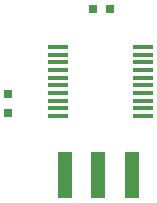
<source format=gbr>
G04 #@! TF.FileFunction,Paste,Bot*
%FSLAX46Y46*%
G04 Gerber Fmt 4.6, Leading zero omitted, Abs format (unit mm)*
G04 Created by KiCad (PCBNEW 4.0.7) date 07/17/18 16:46:28*
%MOMM*%
%LPD*%
G01*
G04 APERTURE LIST*
%ADD10C,0.100000*%
%ADD11R,0.800000X0.750000*%
%ADD12R,0.800000X0.800000*%
%ADD13R,1.750000X0.450000*%
%ADD14R,1.200000X4.000000*%
G04 APERTURE END LIST*
D10*
D11*
X151192800Y-100812600D03*
X152692800Y-100812600D03*
D12*
X144056100Y-109613600D03*
X144056100Y-108013600D03*
D13*
X155466600Y-104021700D03*
X155466600Y-104671700D03*
X155466600Y-105321700D03*
X155466600Y-105971700D03*
X155466600Y-106621700D03*
X155466600Y-107271700D03*
X155466600Y-107921700D03*
X155466600Y-108571700D03*
X155466600Y-109221700D03*
X155466600Y-109871700D03*
X148266600Y-109871700D03*
X148266600Y-109221700D03*
X148266600Y-108571700D03*
X148266600Y-107921700D03*
X148266600Y-107271700D03*
X148266600Y-106621700D03*
X148266600Y-105971700D03*
X148266600Y-105321700D03*
X148266600Y-104671700D03*
X148266600Y-104021700D03*
D14*
X148826100Y-114833400D03*
X151676100Y-114833400D03*
X154526100Y-114833400D03*
M02*

</source>
